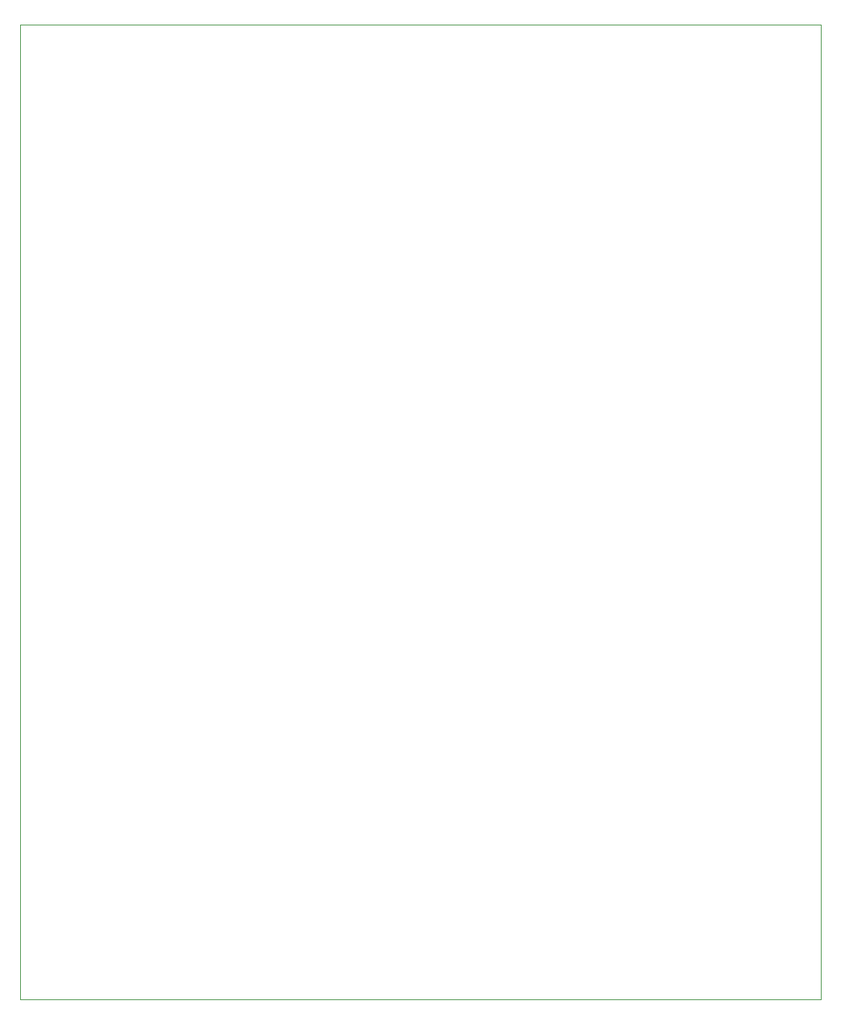
<source format=gbr>
G04 #@! TF.GenerationSoftware,KiCad,Pcbnew,(5.99.0-6545-gfc5120553)*
G04 #@! TF.CreationDate,2020-10-25T16:43:41-04:00*
G04 #@! TF.ProjectId,imperializer,696d7065-7269-4616-9c69-7a65722e6b69,1.22*
G04 #@! TF.SameCoordinates,Original*
G04 #@! TF.FileFunction,Profile,NP*
%FSLAX46Y46*%
G04 Gerber Fmt 4.6, Leading zero omitted, Abs format (unit mm)*
G04 Created by KiCad (PCBNEW (5.99.0-6545-gfc5120553)) date 2020-10-25 16:43:41*
%MOMM*%
%LPD*%
G01*
G04 APERTURE LIST*
G04 #@! TA.AperFunction,Profile*
%ADD10C,0.050000*%
G04 #@! TD*
G04 APERTURE END LIST*
D10*
X88265000Y-25400000D02*
X179070000Y-25400000D01*
X88265000Y-135890000D02*
X88265000Y-25400000D01*
X179070000Y-25400000D02*
X179070000Y-135890000D01*
X179070000Y-135890000D02*
X88265000Y-135890000D01*
M02*

</source>
